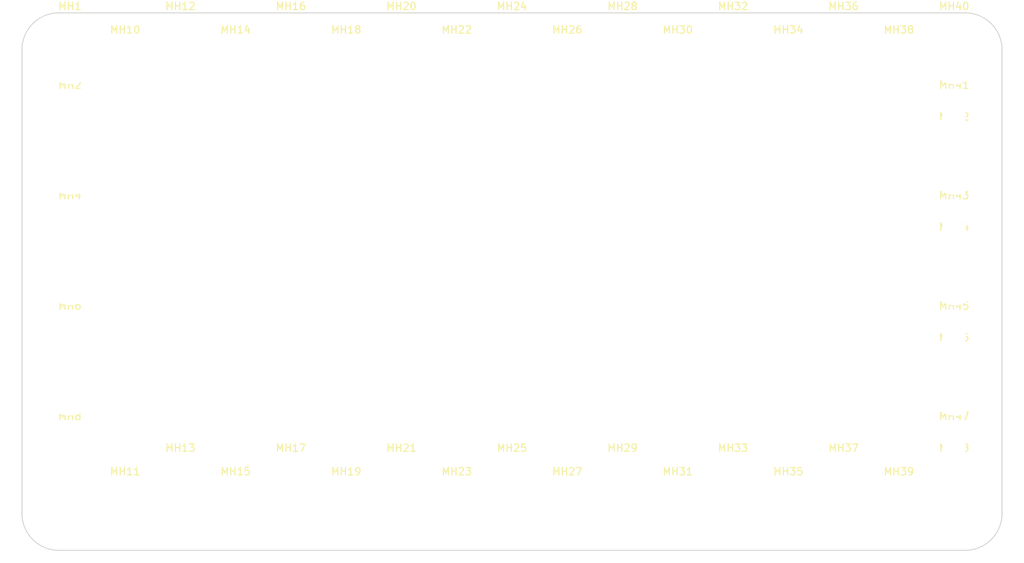
<source format=kicad_pcb>
(kicad_pcb (version 20221018) (generator pcbnew)
  (layers (0 "F.Cu" signal) (31 "B.Cu" signal) (34 "B.Paste" user) (35 "F.Paste" user) (36 "B.SilkS" user "B.Silkscreen") (37 "F.SilkS" user "F.Silkscreen") (38 "B.Mask" user) (39 "F.Mask" user) (44 "Edge.Cuts" user))
  (net 0 "")
  (footprint "MountingHole_6.4mm_M6" (layer "F.Cu") (at -60.0 -30.0)
    (fp_text reference "MH1" (at 0 -7.4) (layer "F.SilkS"))
    (fp_text value "MountingHole_6.4mm_M6")
    (pad "" np_thru_hole circle (at 0 0) (size 6.4 6.4) (drill 6.4) (layers *.Cu *.Mask))
  )
  (footprint "MountingHole_3.2mm_M3" (layer "F.Cu") (at -60.0 -22.5)
    (fp_text reference "MH2" (at 0 -4.2) (layer "F.SilkS"))
    (fp_text value "MountingHole_3.2mm_M3")
    (pad "" np_thru_hole circle (at 0 0) (size 3.2 3.2) (drill 3.2) (layers *.Cu *.Mask))
  )
  (footprint "MountingHole_6.4mm_M6" (layer "F.Cu") (at -60.0 -15.0)
    (fp_text reference "MH3" (at 0 -7.4) (layer "F.SilkS"))
    (fp_text value "MountingHole_6.4mm_M6")
    (pad "" np_thru_hole circle (at 0 0) (size 6.4 6.4) (drill 6.4) (layers *.Cu *.Mask))
  )
  (footprint "MountingHole_3.2mm_M3" (layer "F.Cu") (at -60.0 -7.5)
    (fp_text reference "MH4" (at 0 -4.2) (layer "F.SilkS"))
    (fp_text value "MountingHole_3.2mm_M3")
    (pad "" np_thru_hole circle (at 0 0) (size 3.2 3.2) (drill 3.2) (layers *.Cu *.Mask))
  )
  (footprint "MountingHole_6.4mm_M6" (layer "F.Cu") (at -60.0 0.0)
    (fp_text reference "MH5" (at 0 -7.4) (layer "F.SilkS"))
    (fp_text value "MountingHole_6.4mm_M6")
    (pad "" np_thru_hole circle (at 0 0) (size 6.4 6.4) (drill 6.4) (layers *.Cu *.Mask))
  )
  (footprint "MountingHole_3.2mm_M3" (layer "F.Cu") (at -60.0 7.5)
    (fp_text reference "MH6" (at 0 -4.2) (layer "F.SilkS"))
    (fp_text value "MountingHole_3.2mm_M3")
    (pad "" np_thru_hole circle (at 0 0) (size 3.2 3.2) (drill 3.2) (layers *.Cu *.Mask))
  )
  (footprint "MountingHole_6.4mm_M6" (layer "F.Cu") (at -60.0 15.0)
    (fp_text reference "MH7" (at 0 -7.4) (layer "F.SilkS"))
    (fp_text value "MountingHole_6.4mm_M6")
    (pad "" np_thru_hole circle (at 0 0) (size 6.4 6.4) (drill 6.4) (layers *.Cu *.Mask))
  )
  (footprint "MountingHole_3.2mm_M3" (layer "F.Cu") (at -60.0 22.5)
    (fp_text reference "MH8" (at 0 -4.2) (layer "F.SilkS"))
    (fp_text value "MountingHole_3.2mm_M3")
    (pad "" np_thru_hole circle (at 0 0) (size 3.2 3.2) (drill 3.2) (layers *.Cu *.Mask))
  )
  (footprint "MountingHole_6.4mm_M6" (layer "F.Cu") (at -60.0 30.0)
    (fp_text reference "MH9" (at 0 -7.4) (layer "F.SilkS"))
    (fp_text value "MountingHole_6.4mm_M6")
    (pad "" np_thru_hole circle (at 0 0) (size 6.4 6.4) (drill 6.4) (layers *.Cu *.Mask))
  )
  (footprint "MountingHole_3.2mm_M3" (layer "F.Cu") (at -52.5 -30.0)
    (fp_text reference "MH10" (at 0 -4.2) (layer "F.SilkS"))
    (fp_text value "MountingHole_3.2mm_M3")
    (pad "" np_thru_hole circle (at 0 0) (size 3.2 3.2) (drill 3.2) (layers *.Cu *.Mask))
  )
  (footprint "MountingHole_3.2mm_M3" (layer "F.Cu") (at -52.5 30.0)
    (fp_text reference "MH11" (at 0 -4.2) (layer "F.SilkS"))
    (fp_text value "MountingHole_3.2mm_M3")
    (pad "" np_thru_hole circle (at 0 0) (size 3.2 3.2) (drill 3.2) (layers *.Cu *.Mask))
  )
  (footprint "MountingHole_6.4mm_M6" (layer "F.Cu") (at -45.0 -30.0)
    (fp_text reference "MH12" (at 0 -7.4) (layer "F.SilkS"))
    (fp_text value "MountingHole_6.4mm_M6")
    (pad "" np_thru_hole circle (at 0 0) (size 6.4 6.4) (drill 6.4) (layers *.Cu *.Mask))
  )
  (footprint "MountingHole_6.4mm_M6" (layer "F.Cu") (at -45.0 30.0)
    (fp_text reference "MH13" (at 0 -7.4) (layer "F.SilkS"))
    (fp_text value "MountingHole_6.4mm_M6")
    (pad "" np_thru_hole circle (at 0 0) (size 6.4 6.4) (drill 6.4) (layers *.Cu *.Mask))
  )
  (footprint "MountingHole_3.2mm_M3" (layer "F.Cu") (at -37.5 -30.0)
    (fp_text reference "MH14" (at 0 -4.2) (layer "F.SilkS"))
    (fp_text value "MountingHole_3.2mm_M3")
    (pad "" np_thru_hole circle (at 0 0) (size 3.2 3.2) (drill 3.2) (layers *.Cu *.Mask))
  )
  (footprint "MountingHole_3.2mm_M3" (layer "F.Cu") (at -37.5 30.0)
    (fp_text reference "MH15" (at 0 -4.2) (layer "F.SilkS"))
    (fp_text value "MountingHole_3.2mm_M3")
    (pad "" np_thru_hole circle (at 0 0) (size 3.2 3.2) (drill 3.2) (layers *.Cu *.Mask))
  )
  (footprint "MountingHole_6.4mm_M6" (layer "F.Cu") (at -30.0 -30.0)
    (fp_text reference "MH16" (at 0 -7.4) (layer "F.SilkS"))
    (fp_text value "MountingHole_6.4mm_M6")
    (pad "" np_thru_hole circle (at 0 0) (size 6.4 6.4) (drill 6.4) (layers *.Cu *.Mask))
  )
  (footprint "MountingHole_6.4mm_M6" (layer "F.Cu") (at -30.0 30.0)
    (fp_text reference "MH17" (at 0 -7.4) (layer "F.SilkS"))
    (fp_text value "MountingHole_6.4mm_M6")
    (pad "" np_thru_hole circle (at 0 0) (size 6.4 6.4) (drill 6.4) (layers *.Cu *.Mask))
  )
  (footprint "MountingHole_3.2mm_M3" (layer "F.Cu") (at -22.5 -30.0)
    (fp_text reference "MH18" (at 0 -4.2) (layer "F.SilkS"))
    (fp_text value "MountingHole_3.2mm_M3")
    (pad "" np_thru_hole circle (at 0 0) (size 3.2 3.2) (drill 3.2) (layers *.Cu *.Mask))
  )
  (footprint "MountingHole_3.2mm_M3" (layer "F.Cu") (at -22.5 30.0)
    (fp_text reference "MH19" (at 0 -4.2) (layer "F.SilkS"))
    (fp_text value "MountingHole_3.2mm_M3")
    (pad "" np_thru_hole circle (at 0 0) (size 3.2 3.2) (drill 3.2) (layers *.Cu *.Mask))
  )
  (footprint "MountingHole_6.4mm_M6" (layer "F.Cu") (at -15.0 -30.0)
    (fp_text reference "MH20" (at 0 -7.4) (layer "F.SilkS"))
    (fp_text value "MountingHole_6.4mm_M6")
    (pad "" np_thru_hole circle (at 0 0) (size 6.4 6.4) (drill 6.4) (layers *.Cu *.Mask))
  )
  (footprint "MountingHole_6.4mm_M6" (layer "F.Cu") (at -15.0 30.0)
    (fp_text reference "MH21" (at 0 -7.4) (layer "F.SilkS"))
    (fp_text value "MountingHole_6.4mm_M6")
    (pad "" np_thru_hole circle (at 0 0) (size 6.4 6.4) (drill 6.4) (layers *.Cu *.Mask))
  )
  (footprint "MountingHole_3.2mm_M3" (layer "F.Cu") (at -7.5 -30.0)
    (fp_text reference "MH22" (at 0 -4.2) (layer "F.SilkS"))
    (fp_text value "MountingHole_3.2mm_M3")
    (pad "" np_thru_hole circle (at 0 0) (size 3.2 3.2) (drill 3.2) (layers *.Cu *.Mask))
  )
  (footprint "MountingHole_3.2mm_M3" (layer "F.Cu") (at -7.5 30.0)
    (fp_text reference "MH23" (at 0 -4.2) (layer "F.SilkS"))
    (fp_text value "MountingHole_3.2mm_M3")
    (pad "" np_thru_hole circle (at 0 0) (size 3.2 3.2) (drill 3.2) (layers *.Cu *.Mask))
  )
  (footprint "MountingHole_6.4mm_M6" (layer "F.Cu") (at 0.0 -30.0)
    (fp_text reference "MH24" (at 0 -7.4) (layer "F.SilkS"))
    (fp_text value "MountingHole_6.4mm_M6")
    (pad "" np_thru_hole circle (at 0 0) (size 6.4 6.4) (drill 6.4) (layers *.Cu *.Mask))
  )
  (footprint "MountingHole_6.4mm_M6" (layer "F.Cu") (at 0.0 30.0)
    (fp_text reference "MH25" (at 0 -7.4) (layer "F.SilkS"))
    (fp_text value "MountingHole_6.4mm_M6")
    (pad "" np_thru_hole circle (at 0 0) (size 6.4 6.4) (drill 6.4) (layers *.Cu *.Mask))
  )
  (footprint "MountingHole_3.2mm_M3" (layer "F.Cu") (at 7.5 -30.0)
    (fp_text reference "MH26" (at 0 -4.2) (layer "F.SilkS"))
    (fp_text value "MountingHole_3.2mm_M3")
    (pad "" np_thru_hole circle (at 0 0) (size 3.2 3.2) (drill 3.2) (layers *.Cu *.Mask))
  )
  (footprint "MountingHole_3.2mm_M3" (layer "F.Cu") (at 7.5 30.0)
    (fp_text reference "MH27" (at 0 -4.2) (layer "F.SilkS"))
    (fp_text value "MountingHole_3.2mm_M3")
    (pad "" np_thru_hole circle (at 0 0) (size 3.2 3.2) (drill 3.2) (layers *.Cu *.Mask))
  )
  (footprint "MountingHole_6.4mm_M6" (layer "F.Cu") (at 15.0 -30.0)
    (fp_text reference "MH28" (at 0 -7.4) (layer "F.SilkS"))
    (fp_text value "MountingHole_6.4mm_M6")
    (pad "" np_thru_hole circle (at 0 0) (size 6.4 6.4) (drill 6.4) (layers *.Cu *.Mask))
  )
  (footprint "MountingHole_6.4mm_M6" (layer "F.Cu") (at 15.0 30.0)
    (fp_text reference "MH29" (at 0 -7.4) (layer "F.SilkS"))
    (fp_text value "MountingHole_6.4mm_M6")
    (pad "" np_thru_hole circle (at 0 0) (size 6.4 6.4) (drill 6.4) (layers *.Cu *.Mask))
  )
  (footprint "MountingHole_3.2mm_M3" (layer "F.Cu") (at 22.5 -30.0)
    (fp_text reference "MH30" (at 0 -4.2) (layer "F.SilkS"))
    (fp_text value "MountingHole_3.2mm_M3")
    (pad "" np_thru_hole circle (at 0 0) (size 3.2 3.2) (drill 3.2) (layers *.Cu *.Mask))
  )
  (footprint "MountingHole_3.2mm_M3" (layer "F.Cu") (at 22.5 30.0)
    (fp_text reference "MH31" (at 0 -4.2) (layer "F.SilkS"))
    (fp_text value "MountingHole_3.2mm_M3")
    (pad "" np_thru_hole circle (at 0 0) (size 3.2 3.2) (drill 3.2) (layers *.Cu *.Mask))
  )
  (footprint "MountingHole_6.4mm_M6" (layer "F.Cu") (at 30.0 -30.0)
    (fp_text reference "MH32" (at 0 -7.4) (layer "F.SilkS"))
    (fp_text value "MountingHole_6.4mm_M6")
    (pad "" np_thru_hole circle (at 0 0) (size 6.4 6.4) (drill 6.4) (layers *.Cu *.Mask))
  )
  (footprint "MountingHole_6.4mm_M6" (layer "F.Cu") (at 30.0 30.0)
    (fp_text reference "MH33" (at 0 -7.4) (layer "F.SilkS"))
    (fp_text value "MountingHole_6.4mm_M6")
    (pad "" np_thru_hole circle (at 0 0) (size 6.4 6.4) (drill 6.4) (layers *.Cu *.Mask))
  )
  (footprint "MountingHole_3.2mm_M3" (layer "F.Cu") (at 37.5 -30.0)
    (fp_text reference "MH34" (at 0 -4.2) (layer "F.SilkS"))
    (fp_text value "MountingHole_3.2mm_M3")
    (pad "" np_thru_hole circle (at 0 0) (size 3.2 3.2) (drill 3.2) (layers *.Cu *.Mask))
  )
  (footprint "MountingHole_3.2mm_M3" (layer "F.Cu") (at 37.5 30.0)
    (fp_text reference "MH35" (at 0 -4.2) (layer "F.SilkS"))
    (fp_text value "MountingHole_3.2mm_M3")
    (pad "" np_thru_hole circle (at 0 0) (size 3.2 3.2) (drill 3.2) (layers *.Cu *.Mask))
  )
  (footprint "MountingHole_6.4mm_M6" (layer "F.Cu") (at 45.0 -30.0)
    (fp_text reference "MH36" (at 0 -7.4) (layer "F.SilkS"))
    (fp_text value "MountingHole_6.4mm_M6")
    (pad "" np_thru_hole circle (at 0 0) (size 6.4 6.4) (drill 6.4) (layers *.Cu *.Mask))
  )
  (footprint "MountingHole_6.4mm_M6" (layer "F.Cu") (at 45.0 30.0)
    (fp_text reference "MH37" (at 0 -7.4) (layer "F.SilkS"))
    (fp_text value "MountingHole_6.4mm_M6")
    (pad "" np_thru_hole circle (at 0 0) (size 6.4 6.4) (drill 6.4) (layers *.Cu *.Mask))
  )
  (footprint "MountingHole_3.2mm_M3" (layer "F.Cu") (at 52.5 -30.0)
    (fp_text reference "MH38" (at 0 -4.2) (layer "F.SilkS"))
    (fp_text value "MountingHole_3.2mm_M3")
    (pad "" np_thru_hole circle (at 0 0) (size 3.2 3.2) (drill 3.2) (layers *.Cu *.Mask))
  )
  (footprint "MountingHole_3.2mm_M3" (layer "F.Cu") (at 52.5 30.0)
    (fp_text reference "MH39" (at 0 -4.2) (layer "F.SilkS"))
    (fp_text value "MountingHole_3.2mm_M3")
    (pad "" np_thru_hole circle (at 0 0) (size 3.2 3.2) (drill 3.2) (layers *.Cu *.Mask))
  )
  (footprint "MountingHole_6.4mm_M6" (layer "F.Cu") (at 60.0 -30.0)
    (fp_text reference "MH40" (at 0 -7.4) (layer "F.SilkS"))
    (fp_text value "MountingHole_6.4mm_M6")
    (pad "" np_thru_hole circle (at 0 0) (size 6.4 6.4) (drill 6.4) (layers *.Cu *.Mask))
  )
  (footprint "MountingHole_3.2mm_M3" (layer "F.Cu") (at 60.0 -22.5)
    (fp_text reference "MH41" (at 0 -4.2) (layer "F.SilkS"))
    (fp_text value "MountingHole_3.2mm_M3")
    (pad "" np_thru_hole circle (at 0 0) (size 3.2 3.2) (drill 3.2) (layers *.Cu *.Mask))
  )
  (footprint "MountingHole_6.4mm_M6" (layer "F.Cu") (at 60.0 -15.0)
    (fp_text reference "MH42" (at 0 -7.4) (layer "F.SilkS"))
    (fp_text value "MountingHole_6.4mm_M6")
    (pad "" np_thru_hole circle (at 0 0) (size 6.4 6.4) (drill 6.4) (layers *.Cu *.Mask))
  )
  (footprint "MountingHole_3.2mm_M3" (layer "F.Cu") (at 60.0 -7.5)
    (fp_text reference "MH43" (at 0 -4.2) (layer "F.SilkS"))
    (fp_text value "MountingHole_3.2mm_M3")
    (pad "" np_thru_hole circle (at 0 0) (size 3.2 3.2) (drill 3.2) (layers *.Cu *.Mask))
  )
  (footprint "MountingHole_6.4mm_M6" (layer "F.Cu") (at 60.0 0.0)
    (fp_text reference "MH44" (at 0 -7.4) (layer "F.SilkS"))
    (fp_text value "MountingHole_6.4mm_M6")
    (pad "" np_thru_hole circle (at 0 0) (size 6.4 6.4) (drill 6.4) (layers *.Cu *.Mask))
  )
  (footprint "MountingHole_3.2mm_M3" (layer "F.Cu") (at 60.0 7.5)
    (fp_text reference "MH45" (at 0 -4.2) (layer "F.SilkS"))
    (fp_text value "MountingHole_3.2mm_M3")
    (pad "" np_thru_hole circle (at 0 0) (size 3.2 3.2) (drill 3.2) (layers *.Cu *.Mask))
  )
  (footprint "MountingHole_6.4mm_M6" (layer "F.Cu") (at 60.0 15.0)
    (fp_text reference "MH46" (at 0 -7.4) (layer "F.SilkS"))
    (fp_text value "MountingHole_6.4mm_M6")
    (pad "" np_thru_hole circle (at 0 0) (size 6.4 6.4) (drill 6.4) (layers *.Cu *.Mask))
  )
  (footprint "MountingHole_3.2mm_M3" (layer "F.Cu") (at 60.0 22.5)
    (fp_text reference "MH47" (at 0 -4.2) (layer "F.SilkS"))
    (fp_text value "MountingHole_3.2mm_M3")
    (pad "" np_thru_hole circle (at 0 0) (size 3.2 3.2) (drill 3.2) (layers *.Cu *.Mask))
  )
  (footprint "MountingHole_6.4mm_M6" (layer "F.Cu") (at 60.0 30.0)
    (fp_text reference "MH48" (at 0 -7.4) (layer "F.SilkS"))
    (fp_text value "MountingHole_6.4mm_M6")
    (pad "" np_thru_hole circle (at 0 0) (size 6.4 6.4) (drill 6.4) (layers *.Cu *.Mask))
  )
  (gr_line (start -61.5 -36.5) (end 61.5 -36.5) (layer "Edge.Cuts") (width 0.12))
  (gr_line (start -61.5 36.5) (end 61.5 36.5) (layer "Edge.Cuts") (width 0.12))
  (gr_line (start -66.5 -31.5) (end -66.5 31.5) (layer "Edge.Cuts") (width 0.12))
  (gr_line (start 66.5 -31.5) (end 66.5 31.5) (layer "Edge.Cuts") (width 0.12))
  (gr_arc (start -66.5 -31.5) (mid -65.03553390593274 -35.03553390593274) (end -61.5 -36.5) (layer "Edge.Cuts") (width 0.12))
  (gr_arc (start 66.5 -31.5) (mid 65.03553390593274 -35.03553390593274) (end 61.5 -36.5) (layer "Edge.Cuts") (width 0.12))
  (gr_arc (start 66.5 31.5) (mid 65.03553390593274 35.03553390593274) (end 61.5 36.5) (layer "Edge.Cuts") (width 0.12))
  (gr_arc (start -66.5 31.5) (mid -65.03553390593274 35.03553390593274) (end -61.5 36.5) (layer "Edge.Cuts") (width 0.12))
)
</source>
